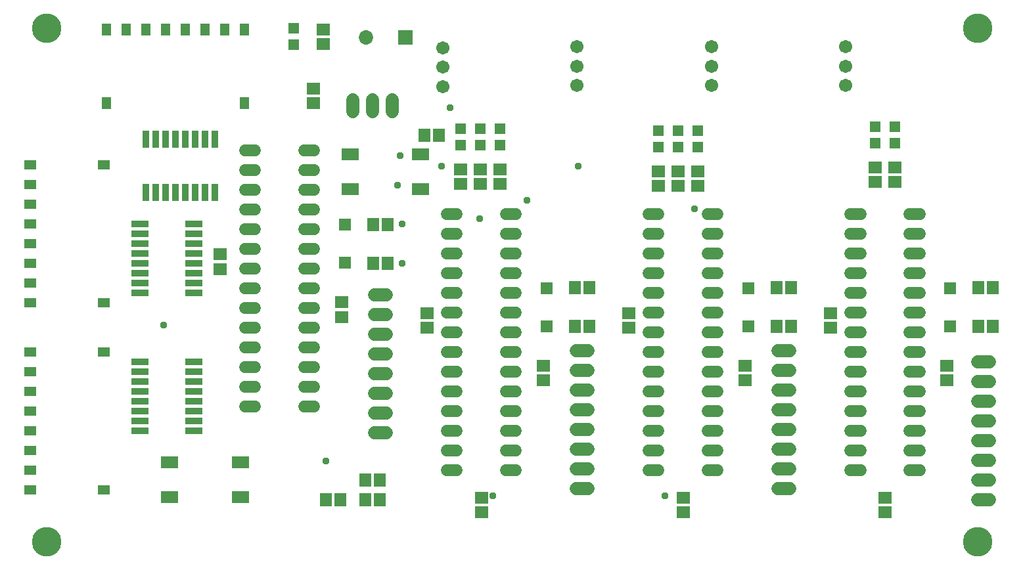
<source format=gbr>
G04 EAGLE Gerber RS-274X export*
G75*
%MOMM*%
%FSLAX34Y34*%
%LPD*%
%INSoldermask Top*%
%IPPOS*%
%AMOC8*
5,1,8,0,0,1.08239X$1,22.5*%
G01*
%ADD10R,1.503200X1.703200*%
%ADD11R,1.703200X1.503200*%
%ADD12C,1.727200*%
%ADD13R,1.403200X1.403200*%
%ADD14R,1.853200X1.853200*%
%ADD15C,1.853200*%
%ADD16R,1.503200X1.803200*%
%ADD17R,1.803200X1.503200*%
%ADD18C,1.524000*%
%ADD19R,1.600200X1.600200*%
%ADD20C,1.711200*%
%ADD21R,2.303200X1.603200*%
%ADD22R,1.503200X1.303200*%
%ADD23R,2.203200X0.833200*%
%ADD24R,1.303200X1.503200*%
%ADD25R,0.833200X2.203200*%
%ADD26C,3.803200*%
%ADD27C,0.959600*%


D10*
X470500Y520000D03*
X489500Y520000D03*
X536600Y635000D03*
X555600Y635000D03*
D11*
X393700Y695300D03*
X393700Y676300D03*
D10*
X470500Y470000D03*
X489500Y470000D03*
X1250500Y438100D03*
X1269500Y438100D03*
X1250500Y388100D03*
X1269500Y388100D03*
D12*
X444500Y665480D02*
X444500Y680720D01*
X469900Y680720D02*
X469900Y665480D01*
X495300Y665480D02*
X495300Y680720D01*
D13*
X368300Y751500D03*
X368300Y772500D03*
D14*
X511810Y760730D03*
D15*
X461010Y760730D03*
D16*
X428600Y165100D03*
X409600Y165100D03*
D11*
X406400Y752500D03*
X406400Y771500D03*
D17*
X1130000Y148600D03*
X1130000Y167600D03*
D18*
X394704Y284900D02*
X381496Y284900D01*
X381496Y310300D02*
X394704Y310300D01*
X394704Y437300D02*
X381496Y437300D01*
X381496Y462700D02*
X394704Y462700D01*
X394704Y335700D02*
X381496Y335700D01*
X381496Y361100D02*
X394704Y361100D01*
X394704Y411900D02*
X381496Y411900D01*
X381496Y386500D02*
X394704Y386500D01*
X394704Y488100D02*
X381496Y488100D01*
X381496Y513500D02*
X394704Y513500D01*
X394704Y538900D02*
X381496Y538900D01*
X381496Y564300D02*
X394704Y564300D01*
X394704Y589700D02*
X381496Y589700D01*
X381496Y615100D02*
X394704Y615100D01*
X318504Y615100D02*
X305296Y615100D01*
X305296Y589700D02*
X318504Y589700D01*
X318504Y564300D02*
X305296Y564300D01*
X305296Y538900D02*
X318504Y538900D01*
X318504Y513500D02*
X305296Y513500D01*
X305296Y488100D02*
X318504Y488100D01*
X318504Y462700D02*
X305296Y462700D01*
X305296Y437300D02*
X318504Y437300D01*
X318504Y411900D02*
X305296Y411900D01*
X305296Y386500D02*
X318504Y386500D01*
X318504Y361100D02*
X305296Y361100D01*
X305296Y335700D02*
X318504Y335700D01*
X318504Y310300D02*
X305296Y310300D01*
X305296Y284900D02*
X318504Y284900D01*
X1161496Y203000D02*
X1174704Y203000D01*
X1174704Y228400D02*
X1161496Y228400D01*
X1161496Y355400D02*
X1174704Y355400D01*
X1174704Y380800D02*
X1161496Y380800D01*
X1161496Y253800D02*
X1174704Y253800D01*
X1174704Y279200D02*
X1161496Y279200D01*
X1161496Y330000D02*
X1174704Y330000D01*
X1174704Y304600D02*
X1161496Y304600D01*
X1161496Y406200D02*
X1174704Y406200D01*
X1174704Y431600D02*
X1161496Y431600D01*
X1161496Y457000D02*
X1174704Y457000D01*
X1174704Y482400D02*
X1161496Y482400D01*
X1161496Y507800D02*
X1174704Y507800D01*
X1174704Y533200D02*
X1161496Y533200D01*
X1098504Y533200D02*
X1085296Y533200D01*
X1085296Y507800D02*
X1098504Y507800D01*
X1098504Y482400D02*
X1085296Y482400D01*
X1085296Y457000D02*
X1098504Y457000D01*
X1098504Y431600D02*
X1085296Y431600D01*
X1085296Y406200D02*
X1098504Y406200D01*
X1098504Y380800D02*
X1085296Y380800D01*
X1085296Y355400D02*
X1098504Y355400D01*
X1098504Y330000D02*
X1085296Y330000D01*
X1085296Y304600D02*
X1098504Y304600D01*
X1098504Y279200D02*
X1085296Y279200D01*
X1085296Y253800D02*
X1098504Y253800D01*
X1098504Y228400D02*
X1085296Y228400D01*
X1085296Y203000D02*
X1098504Y203000D01*
D19*
X434000Y470600D03*
X434000Y519400D03*
X1214000Y388700D03*
X1214000Y437500D03*
D18*
X914704Y203000D02*
X901496Y203000D01*
X901496Y228400D02*
X914704Y228400D01*
X914704Y355400D02*
X901496Y355400D01*
X901496Y380800D02*
X914704Y380800D01*
X914704Y253800D02*
X901496Y253800D01*
X901496Y279200D02*
X914704Y279200D01*
X914704Y330000D02*
X901496Y330000D01*
X901496Y304600D02*
X914704Y304600D01*
X914704Y406200D02*
X901496Y406200D01*
X901496Y431600D02*
X914704Y431600D01*
X914704Y457000D02*
X901496Y457000D01*
X901496Y482400D02*
X914704Y482400D01*
X914704Y507800D02*
X901496Y507800D01*
X901496Y533200D02*
X914704Y533200D01*
X838504Y533200D02*
X825296Y533200D01*
X825296Y507800D02*
X838504Y507800D01*
X838504Y482400D02*
X825296Y482400D01*
X825296Y457000D02*
X838504Y457000D01*
X838504Y431600D02*
X825296Y431600D01*
X825296Y406200D02*
X838504Y406200D01*
X838504Y380800D02*
X825296Y380800D01*
X825296Y355400D02*
X838504Y355400D01*
X838504Y330000D02*
X825296Y330000D01*
X825296Y304600D02*
X838504Y304600D01*
X838504Y279200D02*
X825296Y279200D01*
X825296Y253800D02*
X838504Y253800D01*
X838504Y228400D02*
X825296Y228400D01*
X825296Y203000D02*
X838504Y203000D01*
D17*
X870000Y148600D03*
X870000Y167600D03*
D19*
X954000Y388700D03*
X954000Y437500D03*
D10*
X990500Y438100D03*
X1009500Y438100D03*
X990500Y388100D03*
X1009500Y388100D03*
D18*
X654704Y203000D02*
X641496Y203000D01*
X641496Y228400D02*
X654704Y228400D01*
X654704Y355400D02*
X641496Y355400D01*
X641496Y380800D02*
X654704Y380800D01*
X654704Y253800D02*
X641496Y253800D01*
X641496Y279200D02*
X654704Y279200D01*
X654704Y330000D02*
X641496Y330000D01*
X641496Y304600D02*
X654704Y304600D01*
X654704Y406200D02*
X641496Y406200D01*
X641496Y431600D02*
X654704Y431600D01*
X654704Y457000D02*
X641496Y457000D01*
X641496Y482400D02*
X654704Y482400D01*
X654704Y507800D02*
X641496Y507800D01*
X641496Y533200D02*
X654704Y533200D01*
X578504Y533200D02*
X565296Y533200D01*
X565296Y507800D02*
X578504Y507800D01*
X578504Y482400D02*
X565296Y482400D01*
X565296Y457000D02*
X578504Y457000D01*
X578504Y431600D02*
X565296Y431600D01*
X565296Y406200D02*
X578504Y406200D01*
X578504Y380800D02*
X565296Y380800D01*
X565296Y355400D02*
X578504Y355400D01*
X578504Y330000D02*
X565296Y330000D01*
X565296Y304600D02*
X578504Y304600D01*
X578504Y279200D02*
X565296Y279200D01*
X565296Y253800D02*
X578504Y253800D01*
X578504Y228400D02*
X565296Y228400D01*
X565296Y203000D02*
X578504Y203000D01*
D17*
X610000Y148600D03*
X610000Y167600D03*
D19*
X694000Y388700D03*
X694000Y437500D03*
D10*
X730500Y438100D03*
X749500Y438100D03*
X730500Y388100D03*
X749500Y388100D03*
D20*
X560070Y697630D03*
X560070Y722630D03*
X560070Y747630D03*
D17*
X1143000Y574700D03*
X1143000Y593700D03*
D13*
X1143000Y645500D03*
X1143000Y624500D03*
D17*
X889000Y569620D03*
X889000Y588620D03*
D13*
X889000Y640420D03*
X889000Y619420D03*
D17*
X633730Y572160D03*
X633730Y591160D03*
D13*
X633730Y642960D03*
X633730Y621960D03*
D17*
X1117600Y574700D03*
X1117600Y593700D03*
D13*
X1117600Y645500D03*
X1117600Y624500D03*
D17*
X863600Y569620D03*
X863600Y588620D03*
D13*
X863600Y640420D03*
X863600Y619420D03*
D17*
X608330Y572160D03*
X608330Y591160D03*
D13*
X608330Y642960D03*
X608330Y621960D03*
D17*
X838200Y569620D03*
X838200Y588620D03*
D13*
X838200Y640420D03*
X838200Y619420D03*
D17*
X582930Y572160D03*
X582930Y591160D03*
D13*
X582930Y642960D03*
X582930Y621960D03*
D20*
X1079500Y698900D03*
X1079500Y723900D03*
X1079500Y748900D03*
X733213Y699000D03*
X733213Y724000D03*
X733213Y749000D03*
X906357Y699000D03*
X906357Y724000D03*
X906357Y749000D03*
D10*
X460400Y165100D03*
X479400Y165100D03*
X460400Y190500D03*
X479400Y190500D03*
D21*
X531910Y565510D03*
X440910Y565510D03*
X531910Y610510D03*
X440910Y610510D03*
D22*
X28700Y177800D03*
X28700Y203200D03*
X28700Y228600D03*
X28700Y254000D03*
X28700Y279400D03*
X28700Y304800D03*
X28700Y330200D03*
X28700Y355600D03*
X123700Y177800D03*
X123700Y355600D03*
D23*
X170180Y342900D03*
X170180Y330200D03*
X170180Y317500D03*
X170180Y304800D03*
X170180Y292100D03*
X170180Y279400D03*
X170180Y266700D03*
X170180Y254000D03*
X239180Y254000D03*
X239180Y266700D03*
X239180Y279400D03*
X239180Y292100D03*
X239180Y304800D03*
X239180Y317500D03*
X239180Y330200D03*
X239180Y342900D03*
D12*
X1249680Y165100D02*
X1264920Y165100D01*
X1264920Y190500D02*
X1249680Y190500D01*
X1249680Y215900D02*
X1264920Y215900D01*
X1264920Y241300D02*
X1249680Y241300D01*
X1249680Y266700D02*
X1264920Y266700D01*
X1264920Y292100D02*
X1249680Y292100D01*
X1249680Y317500D02*
X1264920Y317500D01*
X1264920Y342900D02*
X1249680Y342900D01*
X1007620Y179200D02*
X992380Y179200D01*
X992380Y204600D02*
X1007620Y204600D01*
X1007620Y230000D02*
X992380Y230000D01*
X992380Y255400D02*
X1007620Y255400D01*
X1007620Y280800D02*
X992380Y280800D01*
X992380Y306200D02*
X1007620Y306200D01*
X1007620Y331600D02*
X992380Y331600D01*
X992380Y357000D02*
X1007620Y357000D01*
X747620Y179200D02*
X732380Y179200D01*
X732380Y204600D02*
X747620Y204600D01*
X747620Y230000D02*
X732380Y230000D01*
X732380Y255400D02*
X747620Y255400D01*
X747620Y280800D02*
X732380Y280800D01*
X732380Y306200D02*
X747620Y306200D01*
X747620Y331600D02*
X732380Y331600D01*
X732380Y357000D02*
X747620Y357000D01*
X487620Y251100D02*
X472380Y251100D01*
X472380Y276500D02*
X487620Y276500D01*
X487620Y301900D02*
X472380Y301900D01*
X472380Y327300D02*
X487620Y327300D01*
X487620Y352700D02*
X472380Y352700D01*
X472380Y378100D02*
X487620Y378100D01*
X487620Y403500D02*
X472380Y403500D01*
X472380Y428900D02*
X487620Y428900D01*
D22*
X28700Y419100D03*
X28700Y444500D03*
X28700Y469900D03*
X28700Y495300D03*
X28700Y520700D03*
X28700Y546100D03*
X28700Y571500D03*
X28700Y596900D03*
X123700Y419100D03*
X123700Y596900D03*
D23*
X170180Y520700D03*
X170180Y508000D03*
X170180Y495300D03*
X170180Y482600D03*
X170180Y469900D03*
X170180Y457200D03*
X170180Y444500D03*
X170180Y431800D03*
X239180Y431800D03*
X239180Y444500D03*
X239180Y457200D03*
X239180Y469900D03*
X239180Y482600D03*
X239180Y495300D03*
X239180Y508000D03*
X239180Y520700D03*
D24*
X127000Y771400D03*
X152400Y771400D03*
X177800Y771400D03*
X203200Y771400D03*
X228600Y771400D03*
X254000Y771400D03*
X279400Y771400D03*
X304800Y771400D03*
X127000Y676400D03*
X304800Y676400D03*
D25*
X266700Y629920D03*
X254000Y629920D03*
X241300Y629920D03*
X228600Y629920D03*
X215900Y629920D03*
X203200Y629920D03*
X190500Y629920D03*
X177800Y629920D03*
X177800Y560920D03*
X190500Y560920D03*
X203200Y560920D03*
X215900Y560920D03*
X228600Y560920D03*
X241300Y560920D03*
X254000Y560920D03*
X266700Y560920D03*
D11*
X273650Y481200D03*
X273650Y462200D03*
X950000Y337600D03*
X950000Y318600D03*
X1210000Y337600D03*
X1210000Y318600D03*
X690000Y337600D03*
X690000Y318600D03*
X1060000Y405600D03*
X1060000Y386600D03*
X430000Y419500D03*
X430000Y400500D03*
X800000Y405600D03*
X800000Y386600D03*
X540000Y405600D03*
X540000Y386600D03*
D21*
X299500Y168000D03*
X208500Y168000D03*
X299500Y213000D03*
X208500Y213000D03*
D26*
X50000Y773000D03*
X1250000Y110800D03*
X1250000Y773000D03*
X50000Y110800D03*
D27*
X508000Y520700D03*
X508000Y469900D03*
X410000Y215000D03*
X505475Y608175D03*
X200475Y390475D03*
X558650Y595000D03*
X735000Y595000D03*
X502300Y570475D03*
X625000Y170000D03*
X570000Y670000D03*
X608175Y527300D03*
X885000Y540000D03*
X669050Y550950D03*
X846900Y170000D03*
M02*

</source>
